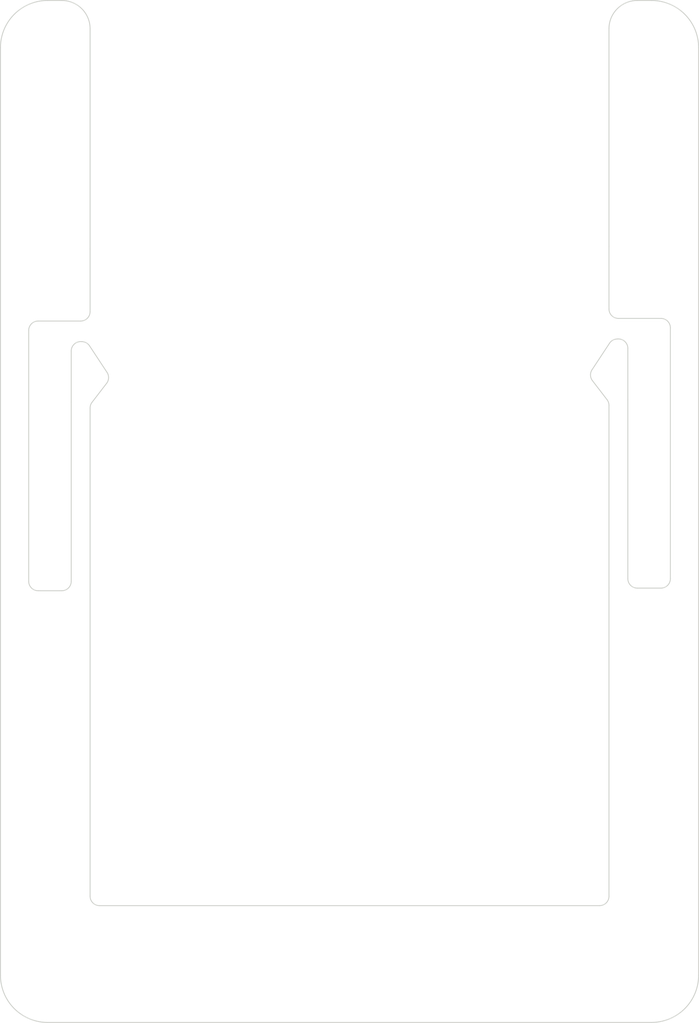
<source format=kicad_pcb>
(kicad_pcb
	(version 20240108)
	(generator "pcbnew")
	(generator_version "8.0")
	(general
		(thickness 1.6)
		(legacy_teardrops no)
	)
	(paper "A4")
	(layers
		(0 "F.Cu" signal)
		(31 "B.Cu" signal)
		(32 "B.Adhes" user "B.Adhesive")
		(33 "F.Adhes" user "F.Adhesive")
		(34 "B.Paste" user)
		(35 "F.Paste" user)
		(36 "B.SilkS" user "B.Silkscreen")
		(37 "F.SilkS" user "F.Silkscreen")
		(38 "B.Mask" user)
		(39 "F.Mask" user)
		(40 "Dwgs.User" user "User.Drawings")
		(41 "Cmts.User" user "User.Comments")
		(42 "Eco1.User" user "User.Eco1")
		(43 "Eco2.User" user "User.Eco2")
		(44 "Edge.Cuts" user)
		(45 "Margin" user)
		(46 "B.CrtYd" user "B.Courtyard")
		(47 "F.CrtYd" user "F.Courtyard")
		(48 "B.Fab" user)
		(49 "F.Fab" user)
		(50 "User.1" user)
		(51 "User.2" user)
		(52 "User.3" user)
		(53 "User.4" user)
		(54 "User.5" user)
		(55 "User.6" user)
		(56 "User.7" user)
		(57 "User.8" user)
		(58 "User.9" user)
	)
	(setup
		(pad_to_mask_clearance 0)
		(allow_soldermask_bridges_in_footprints no)
		(pcbplotparams
			(layerselection 0x0001000_7ffffffe)
			(plot_on_all_layers_selection 0x0000000_00000000)
			(disableapertmacros no)
			(usegerberextensions no)
			(usegerberattributes yes)
			(usegerberadvancedattributes yes)
			(creategerberjobfile yes)
			(dashed_line_dash_ratio 12.000000)
			(dashed_line_gap_ratio 3.000000)
			(svgprecision 4)
			(plotframeref no)
			(viasonmask no)
			(mode 1)
			(useauxorigin no)
			(hpglpennumber 1)
			(hpglpenspeed 20)
			(hpglpendiameter 15.000000)
			(pdf_front_fp_property_popups yes)
			(pdf_back_fp_property_popups yes)
			(dxfpolygonmode yes)
			(dxfimperialunits yes)
			(dxfusepcbnewfont yes)
			(psnegative no)
			(psa4output no)
			(plotreference yes)
			(plotvalue yes)
			(plotfptext yes)
			(plotinvisibletext no)
			(sketchpadsonfab no)
			(subtractmaskfromsilk no)
			(outputformat 1)
			(mirror no)
			(drillshape 0)
			(scaleselection 1)
			(outputdirectory "output/")
		)
	)
	(net 0 "")
	(gr_line
		(start 113.284 123.084)
		(end 113.284 37.084)
		(stroke
			(width 0.1)
			(type default)
		)
		(layer "Cmts.User")
		(uuid "0dee9238-02f5-45f5-9541-cb82fd469f18")
	)
	(gr_line
		(start 167.284 37.084)
		(end 113.284 37.084)
		(stroke
			(width 0.1)
			(type default)
		)
		(layer "Cmts.User")
		(uuid "12156c1f-7ae3-497b-84de-28d2aff15b92")
	)
	(gr_line
		(start 113.284 123.084)
		(end 167.284 123.084)
		(stroke
			(width 0.1)
			(type default)
		)
		(layer "Cmts.User")
		(uuid "a8b3df8e-c648-49d6-89e2-45dbfc176207")
	)
	(gr_line
		(start 167.284 123.084)
		(end 167.284 37.084)
		(stroke
			(width 0.1)
			(type default)
		)
		(layer "Cmts.User")
		(uuid "ebe1b22d-0bb3-428b-b0a6-2d900e961696")
	)
	(gr_arc
		(start 108.248561 135.65789)
		(mid 104.713008 134.193443)
		(end 103.248561 130.65789)
		(stroke
			(width 0.1)
			(type default)
		)
		(layer "Edge.Cuts")
		(uuid "058acb19-4744-40dd-89bc-0065b0bf6209")
	)
	(gr_arc
		(start 103.248561 32.272761)
		(mid 104.713027 28.737227)
		(end 108.248561 27.272761)
		(stroke
			(width 0.1)
			(type default)
		)
		(layer "Edge.Cuts")
		(uuid "0a02db66-2f4c-41d4-807c-efc2eddd8837")
	)
	(gr_line
		(start 166.748561 123.272761)
		(end 113.748561 123.272761)
		(stroke
			(width 0.1)
			(type default)
		)
		(layer "Edge.Cuts")
		(uuid "0a1d37c1-9225-4c98-9cd8-b1792b4f733d")
	)
	(gr_line
		(start 170.748561 27.272761)
		(end 172.248561 27.272761)
		(stroke
			(width 0.1)
			(type default)
		)
		(layer "Edge.Cuts")
		(uuid "0bbc749b-49fd-41d5-93d9-211a0fbf84b8")
	)
	(gr_line
		(start 165.953848 66.436471)
		(end 167.805751 63.625807)
		(stroke
			(width 0.1)
			(type default)
		)
		(layer "Edge.Cuts")
		(uuid "0f162e5f-c48a-4430-a479-4643b1e68949")
	)
	(gr_arc
		(start 177.248561 130.65789)
		(mid 175.784081 134.19341)
		(end 172.248561 135.65789)
		(stroke
			(width 0.1)
			(type default)
		)
		(layer "Edge.Cuts")
		(uuid "108fa7b8-b2db-400e-a124-b2a6b9f21925")
	)
	(gr_line
		(start 110.748561 69.875)
		(end 110.748561 88.875)
		(stroke
			(width 0.1)
			(type default)
		)
		(layer "Edge.Cuts")
		(uuid "248a089f-7130-4789-96f6-051f552fcc4f")
	)
	(gr_arc
		(start 109.748561 27.272761)
		(mid 111.86992 28.151425)
		(end 112.748561 30.272761)
		(stroke
			(width 0.1)
			(type default)
		)
		(layer "Edge.Cuts")
		(uuid "27ede013-18e3-4a27-9ba5-cf8e8427c1c1")
	)
	(gr_line
		(start 109.748561 89.875)
		(end 107.240561 89.875)
		(stroke
			(width 0.1)
			(type default)
		)
		(layer "Edge.Cuts")
		(uuid "325a1f4c-14c8-4f30-8333-2b39877fa603")
	)
	(gr_line
		(start 167.748561 53.34)
		(end 167.748561 30.272761)
		(stroke
			(width 0.1)
			(type default)
		)
		(layer "Edge.Cuts")
		(uuid "3830d531-b376-41d7-9715-3bfcb0105a53")
	)
	(gr_line
		(start 112.748561 53.619)
		(end 112.748561 60.27162)
		(stroke
			(width 0.1)
			(type default)
		)
		(layer "Edge.Cuts")
		(uuid "38a3a338-80a4-44ba-9920-ba816017360e")
	)
	(gr_arc
		(start 165.995743 67.5957)
		(mid 165.789508 67.022782)
		(end 165.953848 66.436471)
		(stroke
			(width 0.1)
			(type default)
		)
		(layer "Edge.Cuts")
		(uuid "41371cb8-4b9a-4d47-b3d6-cc5959ef0f9b")
	)
	(gr_line
		(start 168.748561 60.99262)
		(end 173.256561 60.99262)
		(stroke
			(width 0.1)
			(type default)
		)
		(layer "Edge.Cuts")
		(uuid "4713d746-2d03-40d1-9027-ff490c07c1e0")
	)
	(gr_line
		(start 167.748561 70.218027)
		(end 167.748561 89.596)
		(stroke
			(width 0.1)
			(type default)
		)
		(layer "Edge.Cuts")
		(uuid "4af6376d-93c8-49c4-94af-d66cec9f457a")
	)
	(gr_arc
		(start 112.748561 70.497027)
		(mid 112.801678 70.175421)
		(end 112.955419 69.887991)
		(stroke
			(width 0.1)
			(type default)
		)
		(layer "Edge.Cuts")
		(uuid "4ba7cae8-0a24-45c6-b914-842654ac7bd4")
	)
	(gr_arc
		(start 114.543274 66.715471)
		(mid 114.707596 67.301781)
		(end 114.501379 67.8747)
		(stroke
			(width 0.1)
			(type default)
		)
		(layer "Edge.Cuts")
		(uuid "537b6d85-b16f-4558-97bd-56a31bd5430e")
	)
	(gr_line
		(start 106.240561 62.27162)
		(end 106.240561 88.875)
		(stroke
			(width 0.1)
			(type default)
		)
		(layer "Edge.Cuts")
		(uuid "542d7cdd-7444-4f01-b14d-52fbde90c234")
	)
	(gr_arc
		(start 168.640789 63.176)
		(mid 169.416909 63.429816)
		(end 169.748561 64.176)
		(stroke
			(width 0.1)
			(type default)
		)
		(layer "Edge.Cuts")
		(uuid "5e4203d3-ea90-4ab6-a698-6fa8148b92cb")
	)
	(gr_line
		(start 169.748561 69.596)
		(end 169.748561 88.596)
		(stroke
			(width 0.1)
			(type default)
		)
		(layer "Edge.Cuts")
		(uuid "6859d587-affe-44c6-9969-fe67264723fd")
	)
	(gr_line
		(start 167.748561 89.596)
		(end 167.748561 122.272761)
		(stroke
			(width 0.1)
			(type default)
		)
		(layer "Edge.Cuts")
		(uuid "6b9e4a28-6171-49e6-a159-e45aa3028fd5")
	)
	(gr_line
		(start 169.748561 64.176)
		(end 169.748561 69.596)
		(stroke
			(width 0.1)
			(type default)
		)
		(layer "Edge.Cuts")
		(uuid "71ba5ef0-3f64-4682-985f-325d5ce591d8")
	)
	(gr_line
		(start 108.248561 135.65789)
		(end 172.248561 135.65789)
		(stroke
			(width 0.1)
			(type default)
		)
		(layer "Edge.Cuts")
		(uuid "84a93190-1de0-49fc-9228-24a30d842986")
	)
	(gr_arc
		(start 113.748561 123.272761)
		(mid 113.041454 122.979868)
		(end 112.748561 122.272761)
		(stroke
			(width 0.1)
			(type default)
		)
		(layer "Edge.Cuts")
		(uuid "8684b322-70a8-4f5d-b47e-120272233029")
	)
	(gr_arc
		(start 111.856333 63.455)
		(mid 112.330572 63.574606)
		(end 112.691371 63.904807)
		(stroke
			(width 0.1)
			(type default)
		)
		(layer "Edge.Cuts")
		(uuid "8cf4eb2e-8668-431b-81f9-ef57300de4bb")
	)
	(gr_arc
		(start 170.748561 89.596)
		(mid 170.041463 89.303098)
		(end 169.748561 88.596)
		(stroke
			(width 0.1)
			(type default)
		)
		(layer "Edge.Cuts")
		(uuid "9485866e-c9df-4b04-ad0e-5371e9109745")
	)
	(gr_line
		(start 177.248561 130.65789)
		(end 177.248561 32.272761)
		(stroke
			(width 0.1)
			(type default)
		)
		(layer "Edge.Cuts")
		(uuid "9901bb53-4067-450f-ba9b-8c61c4819afa")
	)
	(gr_line
		(start 170.748561 89.596)
		(end 173.256561 89.596)
		(stroke
			(width 0.1)
			(type default)
		)
		(layer "Edge.Cuts")
		(uuid "ad4582dc-aa6c-4702-aa18-82da1c2dc2b3")
	)
	(gr_line
		(start 110.748561 64.455)
		(end 110.748561 69.875)
		(stroke
			(width 0.1)
			(type default)
		)
		(layer "Edge.Cuts")
		(uuid "b121eacf-772e-4733-ab2b-68e80f8eccee")
	)
	(gr_line
		(start 109.748561 27.272761)
		(end 108.248561 27.272761)
		(stroke
			(width 0.1)
			(type default)
		)
		(layer "Edge.Cuts")
		(uuid "b12f1045-d2bf-4968-bd77-3d5f94353097")
	)
	(gr_arc
		(start 112.748561 60.27162)
		(mid 112.455656 60.978715)
		(end 111.748561 61.27162)
		(stroke
			(width 0.1)
			(type default)
		)
		(layer "Edge.Cuts")
		(uuid "b208300b-f53c-4d99-bb09-4630050244c4")
	)
	(gr_arc
		(start 168.748561 60.99262)
		(mid 168.041451 60.69973)
		(end 167.748561 59.99262)
		(stroke
			(width 0.1)
			(type default)
		)
		(layer "Edge.Cuts")
		(uuid "b2a61a61-0b55-4ab9-a528-b9d92cfe4aaa")
	)
	(gr_line
		(start 112.748561 122.272761)
		(end 112.748561 89.875)
		(stroke
			(width 0.1)
			(type default)
		)
		(layer "Edge.Cuts")
		(uuid "b4932b24-0229-470e-8084-6c5a71508e1d")
	)
	(gr_line
		(start 167.541703 69.608991)
		(end 165.995743 67.5957)
		(stroke
			(width 0.1)
			(type default)
		)
		(layer "Edge.Cuts")
		(uuid "b56224c5-5b08-48f9-9616-990172656de0")
	)
	(gr_arc
		(start 167.541703 69.608991)
		(mid 167.695435 69.896424)
		(end 167.748561 70.218027)
		(stroke
			(width 0.1)
			(type default)
		)
		(layer "Edge.Cuts")
		(uuid "b82ce918-9f83-4ac5-be28-3a1da49f76d9")
	)
	(gr_arc
		(start 106.240561 62.27162)
		(mid 106.533442 61.564501)
		(end 107.240561 61.27162)
		(stroke
			(width 0.1)
			(type default)
		)
		(layer "Edge.Cuts")
		(uuid "bb834d0f-5d76-4cbf-917d-0e50ddb83994")
	)
	(gr_arc
		(start 110.748561 88.875)
		(mid 110.455673 89.582112)
		(end 109.748561 89.875)
		(stroke
			(width 0.1)
			(type default)
		)
		(layer "Edge.Cuts")
		(uuid "bfbc9d44-34ad-428b-8f90-0b4e2d963e39")
	)
	(gr_arc
		(start 167.805751 63.625807)
		(mid 168.166557 63.29562)
		(end 168.640789 63.176)
		(stroke
			(width 0.1)
			(type default)
		)
		(layer "Edge.Cuts")
		(uuid "c138710b-ff67-43bc-bf9b-1c00ad995046")
	)
	(gr_arc
		(start 174.256561 88.596)
		(mid 173.963648 89.303087)
		(end 173.256561 89.596)
		(stroke
			(width 0.1)
			(type default)
		)
		(layer "Edge.Cuts")
		(uuid "ca807dbc-664e-4f89-8407-52c182db030e")
	)
	(gr_line
		(start 167.748561 53.34)
		(end 167.748561 59.99262)
		(stroke
			(width 0.1)
			(type default)
		)
		(layer "Edge.Cuts")
		(uuid "d004f764-036f-456d-8de8-5d65bfe50e97")
	)
	(gr_arc
		(start 172.248561 27.272761)
		(mid 175.784095 28.737227)
		(end 177.248561 32.272761)
		(stroke
			(width 0.1)
			(type default)
		)
		(layer "Edge.Cuts")
		(uuid "d890d122-84eb-4ac8-91da-7aff7212dbc8")
	)
	(gr_line
		(start 112.955419 69.887991)
		(end 114.501379 67.8747)
		(stroke
			(width 0.1)
			(type default)
		)
		(layer "Edge.Cuts")
		(uuid "d8e5d4ff-4165-4a2e-b8ca-480cace6ab0c")
	)
	(gr_line
		(start 103.248561 130.65789)
		(end 103.248561 32.272761)
		(stroke
			(width 0.1)
			(type default)
		)
		(layer "Edge.Cuts")
		(uuid "dc530df0-2dba-4dd8-b394-2e4e548ac2f8")
	)
	(gr_arc
		(start 167.748561 122.272761)
		(mid 167.455679 122.979879)
		(end 166.748561 123.272761)
		(stroke
			(width 0.1)
			(type default)
		)
		(layer "Edge.Cuts")
		(uuid "e4a2f741-bbb8-4b39-96e7-5c75314cd9eb")
	)
	(gr_line
		(start 112.748561 70.497027)
		(end 112.748561 89.875)
		(stroke
			(width 0.1)
			(type default)
		)
		(layer "Edge.Cuts")
		(uuid "e7e09238-35fa-4152-b564-dd6fe0e15257")
	)
	(gr_line
		(start 112.748561 53.619)
		(end 112.748561 30.272761)
		(stroke
			(width 0.1)
			(type default)
		)
		(layer "Edge.Cuts")
		(uuid "e8633a63-d1e2-4597-b406-68c2e3182b1d")
	)
	(gr_arc
		(start 173.256561 60.99262)
		(mid 173.963665 61.285516)
		(end 174.256561 61.99262)
		(stroke
			(width 0.1)
			(type default)
		)
		(layer "Edge.Cuts")
		(uuid "e9b577b8-09a0-4d2a-ba0d-39ba8ad5bc9b")
	)
	(gr_arc
		(start 110.748561 64.455)
		(mid 111.080205 63.708806)
		(end 111.856333 63.455)
		(stroke
			(width 0.1)
			(type default)
		)
		(layer "Edge.Cuts")
		(uuid "ec5ebe9d-d5bf-4b56-9f5a-8ea7bc2448af")
	)
	(gr_arc
		(start 107.240561 89.875)
		(mid 106.533459 89.582101)
		(end 106.240561 88.875)
		(stroke
			(width 0.1)
			(type default)
		)
		(layer "Edge.Cuts")
		(uuid "ec706e05-8a27-4aac-a665-7d71f2733e5c")
	)
	(gr_arc
		(start 167.748561 30.272761)
		(mid 168.627241 28.151441)
		(end 170.748561 27.272761)
		(stroke
			(width 0.1)
			(type default)
		)
		(layer "Edge.Cuts")
		(uuid "ef01b40c-107d-4fc1-8039-02a7b0279ac6")
	)
	(gr_line
		(start 111.748561 61.27162)
		(end 107.240561 61.27162)
		(stroke
			(width 0.1)
			(type default)
		)
		(layer "Edge.Cuts")
		(uuid "f20363a7-9218-466a-bfb5-b1c4438d0e80")
	)
	(gr_line
		(start 114.543274 66.715471)
		(end 112.691371 63.904807)
		(stroke
			(width 0.1)
			(type default)
		)
		(layer "Edge.Cuts")
		(uuid "f502f179-15cb-45e7-b368-58ff9eca1212")
	)
	(gr_line
		(start 174.256561 61.99262)
		(end 174.256561 88.596)
		(stroke
			(width 0.1)
			(type default)
		)
		(layer "Edge.Cuts")
		(uuid "f9a580d9-ee36-4e52-a8e3-275e7aefa0de")
	)
)
</source>
